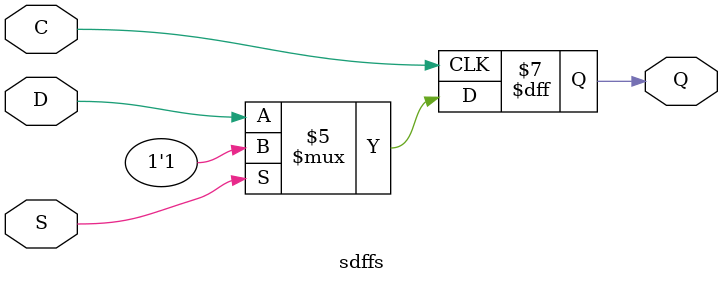
<source format=v>
module \$_BUF_ (A, Y);
input A;
output Y;
assign Y = A;
endmodule

module dff(
    output reg Q,
    input D,
    (* clkbuf_sink *)
    input C
);
    parameter [0:0] INIT = 1'b0;
    initial Q = INIT;
    always @(posedge C)
        Q <= D;
endmodule

module dffn(
    output reg Q,
    input D,
    (* clkbuf_sink *)
    input C
);
    parameter [0:0] INIT = 1'b0;
    initial Q = INIT;
    always @(negedge C)
        Q <= D;
endmodule

module dffsre(
    output reg Q,
    input D,
    (* clkbuf_sink *)
    input C,
    input E,
    input R,
    input S
);
    parameter [0:0] INIT = 1'b0;
    initial Q = INIT;

    always @(posedge C or negedge S or negedge R)
        if (!R)
            Q <= 1'b0;
        else if (!S)
            Q <= 1'b1;
        else if (E)
            Q <= D;
        
endmodule

module dffnsre(
    output reg Q,
    input D,
    (* clkbuf_sink *)
    input C,
    input E,
    input R,
    input S
);
    parameter [0:0] INIT = 1'b0;
    initial Q = INIT;

    always @(negedge C or negedge S or negedge R)
        if (!R)
            Q <= 1'b0;
        else if (!S)
            Q <= 1'b1;
        else if (E)
            Q <= D;
        
endmodule

module latchsre (
    output reg Q,
    input S,
    input R,
    input D,
    input G,
    input E
);
    parameter [0:0] INIT = 1'b0;
    initial Q = INIT;
    always @*
        if (!R) 
            Q <= 1'b0;
        else if (!S) 
            Q <= 1'b1;
        else if (E && G) 
            Q <= D;
endmodule

module latchnsre (
    output reg Q,
    input S,
    input R,
    input D,
    input G,
    input E
);
    parameter [0:0] INIT = 1'b0;
    initial Q = INIT;
    always @*
        if (!R) 
            Q <= 1'b0;
        else if (!S) 
            Q <= 1'b1;
        else if (E && !G) 
            Q <= D;
endmodule

module io_scff(
    output reg Q,
    input D,
    input SI,
    input R,
    input clk
);
    parameter [0:0] INIT = 1'b0;
    initial Q = INIT;

    always @(posedge C or negedge R)
        if (!R)
            Q <= SI;
        else 
            Q <= D;
            
endmodule

module scff(
    output reg Q,
    output reg SO,
    input D,
    input SI,
    input S,
    input R,
    input E,
    input clk
);
    parameter [0:0] INIT = 1'b0;
    initial Q = INIT;
    initial SO = INIT;
    wire out_w;

    assign out_w = E ? SI : D;

    always @(posedge clk or negedge S or negedge R)
        if (!R) begin
            Q <= 1'b0;
            SO <= 1'b1;
        end
        else if (!S) begin
            Q <= 1'b1;
            SO <= 1'b0;
        end
        else begin
            Q <= out_w;
            SO <= ~out_w;
        end
            
endmodule

module sh_dff(
    output reg Q,
    input D,
    (* clkbuf_sink *)
    input C
);
    parameter [0:0] INIT = 1'b0;
    initial Q = INIT;

    always @(posedge C)
        Q <= D;
endmodule

module adder_carry(
    output sumout,
    output cout,
    input p,
    input g,
    input cin
);
    assign sumout = p ^ cin;
    assign cout = p ? cin : g;

endmodule

module sdffr(
    output reg Q,
    input D,
    input R,
    (* clkbuf_sink *)
    (* invertible_pin = "IS_C_INVERTED" *)
    input C
);
    parameter [0:0] INIT = 1'b0;
    parameter [0:0] IS_C_INVERTED = 1'b0;
    initial Q = INIT;
    case(|IS_C_INVERTED)
          1'b0:
            always @(posedge C)
                if (R == 1)
                        Q <= 1'b0;
                else
                        Q <= D;
          1'b1:
            always @(negedge C)
                if (R == 1)
                        Q <= 1'b0;
                else
                        Q <= D;
    endcase
endmodule

module sdffs(
    output reg Q,
    input D,
    (* clkbuf_sink *)
    (* invertible_pin = "IS_C_INVERTED" *)
    input C,
    input S
);
    parameter [0:0] INIT = 1'b0;
    parameter [0:0] IS_C_INVERTED = 1'b0;
    initial Q = INIT;
    case(|IS_C_INVERTED)
          1'b0:
            always @(posedge C)
              if (S == 1)
                Q <= 1'b1;
              else
                Q <= D;
          1'b1:
            always @(negedge C)
              if (S == 1)
                Q <= 1'b1;
              else
                Q <= D;
        endcase
endmodule

</source>
